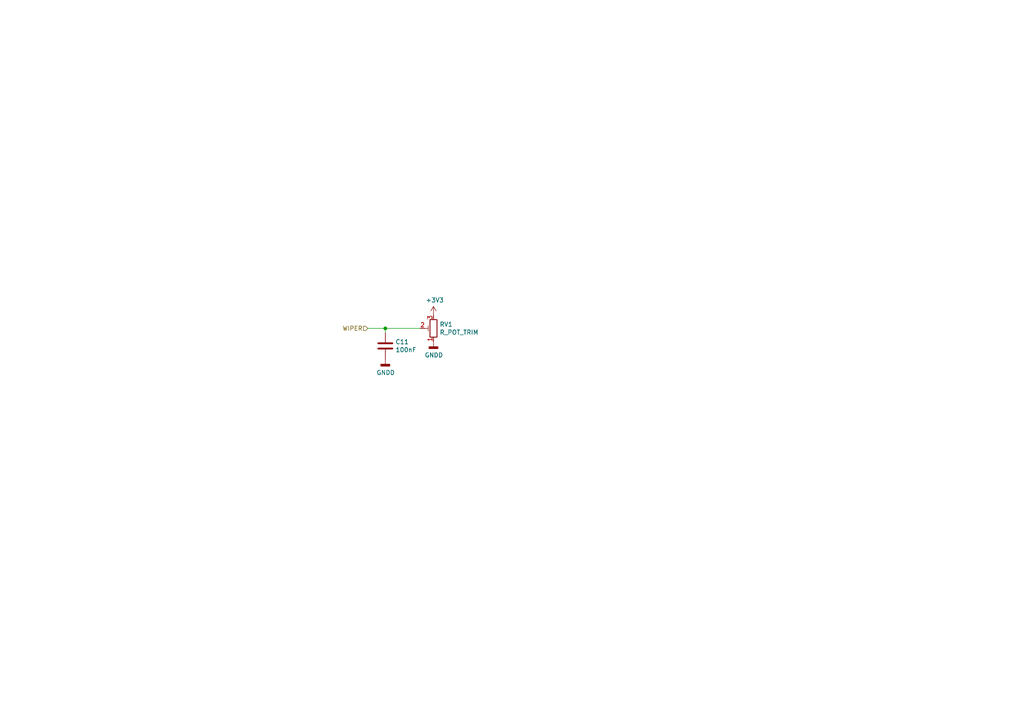
<source format=kicad_sch>
(kicad_sch (version 20231120) (generator "eeschema") (generator_version "8.0")
  (paper "A4")
  (lib_symbols
    (symbol "Device:C" (pin_numbers hide) (pin_names (offset 0.254))
      (property "Reference" "C" (at 0.635 2.54 0))
      (property "Value" "C" (at 0.635 -2.54 0))
      (symbol "C_0_1"
        (polyline (pts (xy -2.032 -0.762) (xy 2.032 -0.762)) (stroke (width 0.508)))
        (polyline (pts (xy -2.032 0.762) (xy 2.032 0.762)) (stroke (width 0.508)))
      )
      (symbol "C_1_1"
        (pin passive line (at 0 3.81 270) (length 2.794) (name "~") (number "1"))
        (pin passive line (at 0 -3.81 90) (length 2.794) (name "~") (number "2"))
      )
    )
    (symbol "Digital Board Rev 2-rescue:+3.3V-power" (power) (pin_names (offset 0))
      (property "Value" "power_+3.3V" (at 0 3.556 0))
      (symbol "+3.3V-power_0_1"
        (polyline (pts (xy -0.762 1.27) (xy 0 2.54)))
        (polyline (pts (xy 0 0) (xy 0 2.54)))
        (polyline (pts (xy 0 2.54) (xy 0.762 1.27)))
      )
      (symbol "+3.3V-power_1_1"
        (pin power_in line (at 0 0 90) (length 0) hide (name "+3V3") (number "1"))
      )
    )
    (symbol "Digital Board Rev 2-rescue:GNDD-power" (power) (pin_names (offset 0))
      (property "Value" "power_GNDD" (at 0 -3.175 0))
      (symbol "GNDD-power_0_1"
        (rectangle (start -1.27 -1.524) (end 1.27 -2.032) (stroke (width 0.254)) (fill (type outline)))
        (polyline (pts (xy 0 0) (xy 0 -1.524)))
      )
      (symbol "GNDD-power_1_1"
        (pin power_in line (at 0 0 270) (length 0) hide (name "GNDD") (number "1"))
      )
    )
    (symbol "Digital Board Rev 2-rescue:R_POT_TRIM-Device" (pin_names (offset 1.016) hide)
      (property "Reference" "RV" (at -4.445 0 90))
      (property "Value" "Device_R_POT_TRIM" (at -2.54 0 90))
      (symbol "R_POT_TRIM-Device_0_1"
        (polyline (pts (xy 1.524 0.762) (xy 1.524 -0.762)))
        (polyline (pts (xy 2.54 0) (xy 1.524 0)))
        (rectangle (start 1.016 2.54) (end -1.016 -2.54) (stroke (width 0.254)))
      )
      (symbol "R_POT_TRIM-Device_1_1"
        (pin passive line (at 0 3.81 270) (length 1.27) (name "1") (number "1"))
        (pin passive line (at 3.81 0 180) (length 1.27) (name "2") (number "2"))
        (pin passive line (at 0 -3.81 90) (length 1.27) (name "3") (number "3"))
      )
    )
  )
  (junction (at 111.76 95.25))
  (wire (pts (xy 111.76 95.25) (xy 106.68 95.25)))
  (wire (pts (xy 121.92 95.25) (xy 111.76 95.25)))
  (wire (pts (xy 111.76 96.52) (xy 111.76 95.25)))
  (hierarchical_label "WIPER" (shape input) (at 106.68 95.25 180))
  (symbol (lib_id "Digital Board Rev 2-rescue:R_POT_TRIM-Device") (at 125.73 95.25 180) (unit 1)
    (property "Reference" "RV1" (at 127.508 94.0816 0) (effects (justify right)))
    (property "Value" "R_POT_TRIM" (at 127.508 96.393 0) (effects (justify right)))
    (property "Footprint" "Pinebox:Potentiometer_9MM" (effects (hide yes)))
    (instances (project "" (path "" (reference "RV1") (unit 1)) (path "" (reference "RV2") (unit 1)) (path "" (reference "RV3") (unit 1)) (path "" (reference "RV4") (unit 1)) (path "" (reference "RV5") (unit 1)) (path "" (reference "RV10") (unit 1))))
  )
  (symbol (lib_id "Digital Board Rev 2-rescue:GNDD-power") (at 125.73 99.06 0) (unit 1)
    (property "Reference" "#PWR0110" (effects (hide yes)))
    (property "Value" "GNDD" (at 125.8316 102.997 0))
    (instances (project "" (path "" (reference "#PWR0110") (unit 1)) (path "" (reference "#PWR0113") (unit 1)) (path "" (reference "#PWR0116") (unit 1)) (path "" (reference "#PWR0119") (unit 1)) (path "" (reference "#PWR0122") (unit 1)) (path "" (reference "#PWR0128") (unit 1))))
  )
  (symbol (lib_id "Digital Board Rev 2-rescue:+3.3V-power") (at 125.73 91.44 0) (unit 1)
    (property "Reference" "#PWR0111" (effects (hide yes)))
    (property "Value" "+3V3" (at 126.111 87.0458 0))
    (instances (project "" (path "" (reference "#PWR0111") (unit 1)) (path "" (reference "#PWR0114") (unit 1)) (path "" (reference "#PWR0117") (unit 1)) (path "" (reference "#PWR0120") (unit 1)) (path "" (reference "#PWR0123") (unit 1)) (path "" (reference "#PWR0126") (unit 1))))
  )
  (symbol (lib_id "Device:C") (at 111.76 100.33 0) (unit 1)
    (property "Reference" "C11" (at 114.681 99.1616 0) (effects (justify left)))
    (property "Value" "100nF" (at 114.681 101.473 0) (effects (justify left)))
    (property "Footprint" "Capacitor_SMD:C_0805_2012Metric_Pad1.18x1.45mm_HandSolder" (effects (hide yes)))
    (instances (project "" (path "" (reference "C11") (unit 1)) (path "" (reference "C12") (unit 1)) (path "" (reference "C13") (unit 1)) (path "" (reference "C14") (unit 1)) (path "" (reference "C15") (unit 1)) (path "" (reference "C26") (unit 1))))
  )
  (symbol (lib_id "Digital Board Rev 2-rescue:GNDD-power") (at 111.76 104.14 0) (unit 1)
    (property "Reference" "#PWR0112" (effects (hide yes)))
    (property "Value" "GNDD" (at 111.8616 108.077 0))
    (instances (project "" (path "" (reference "#PWR0112") (unit 1)) (path "" (reference "#PWR0115") (unit 1)) (path "" (reference "#PWR0118") (unit 1)) (path "" (reference "#PWR0121") (unit 1)) (path "" (reference "#PWR0124") (unit 1)) (path "" (reference "#PWR0127") (unit 1))))
  )
)
</source>
